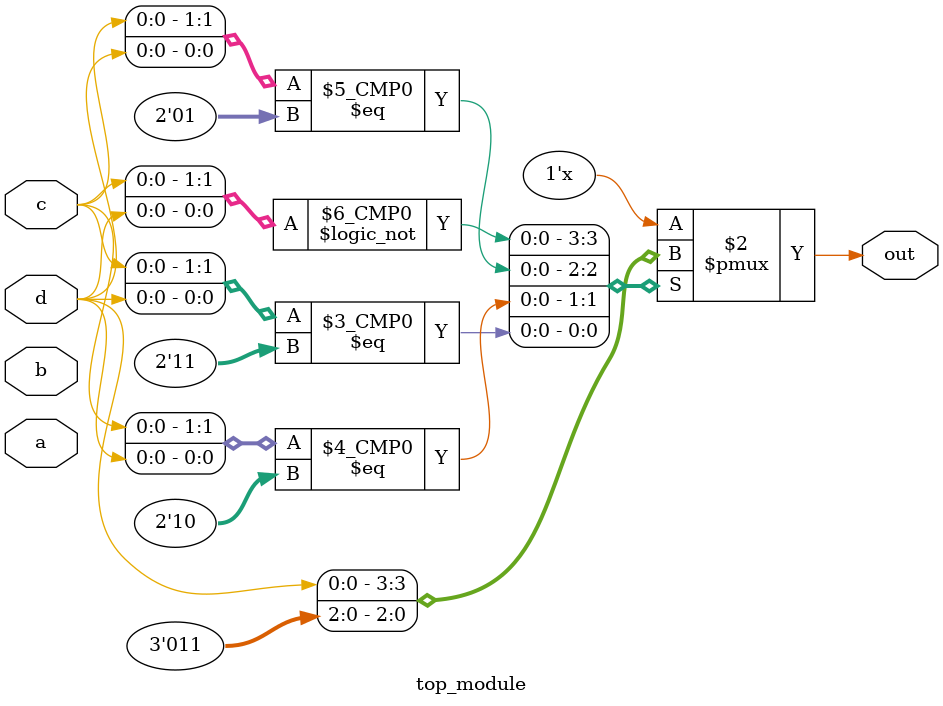
<source format=sv>
module top_module (
	input a, 
	input b,
	input c,
	input d,
	output reg out
);

	always @* begin
		case ({c, d})
			2'b00: out = d; // don't care
			2'b01: out = 0;
			2'b10: out = 1;
			2'b11: out = 1;
		endcase
	end

endmodule

</source>
